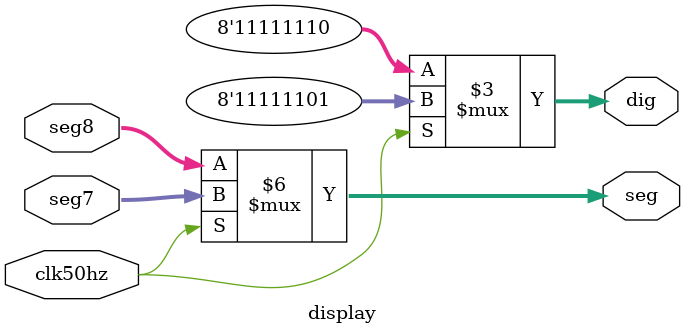
<source format=v>
module display(clk50hz, seg7, seg8, seg, dig);
input clk50hz;
input[7:0] seg7, seg8;
output[7:0] seg, dig;
reg[7:0] seg, dig;

always@(clk50hz)
begin
	if (clk50hz)
	begin
		seg<=seg7;
		dig<=8'b11111101;
	end
	else
	begin
		seg<=seg8;
		dig<=8'b11111110;
	end
end
endmodule

</source>
